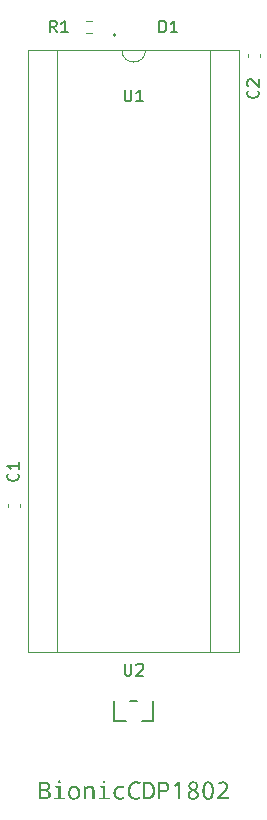
<source format=gbr>
G04 #@! TF.GenerationSoftware,KiCad,Pcbnew,8.0.4+dfsg-1*
G04 #@! TF.CreationDate,2024-12-10T09:54:21+09:00*
G04 #@! TF.ProjectId,bionic-cdp1802,62696f6e-6963-42d6-9364-70313830322e,7*
G04 #@! TF.SameCoordinates,Original*
G04 #@! TF.FileFunction,Legend,Top*
G04 #@! TF.FilePolarity,Positive*
%FSLAX46Y46*%
G04 Gerber Fmt 4.6, Leading zero omitted, Abs format (unit mm)*
G04 Created by KiCad (PCBNEW 8.0.4+dfsg-1) date 2024-12-10 09:54:21*
%MOMM*%
%LPD*%
G01*
G04 APERTURE LIST*
%ADD10C,0.150000*%
%ADD11C,0.152400*%
%ADD12C,0.120000*%
G04 APERTURE END LIST*
D10*
G36*
X106185245Y-135672063D02*
G01*
X106262051Y-135678637D01*
X106344229Y-135692311D01*
X106415512Y-135712297D01*
X106484902Y-135743590D01*
X106510101Y-135759631D01*
X106565880Y-135811219D01*
X106605722Y-135876592D01*
X106629627Y-135955750D01*
X106637471Y-136036321D01*
X106637596Y-136048692D01*
X106629689Y-136126373D01*
X106602726Y-136201904D01*
X106556629Y-136267045D01*
X106500444Y-136314622D01*
X106433096Y-136348819D01*
X106354585Y-136369634D01*
X106337543Y-136372192D01*
X106337543Y-136382450D01*
X106417743Y-136400127D01*
X106487249Y-136425315D01*
X106559094Y-136467361D01*
X106614231Y-136521142D01*
X106652660Y-136586658D01*
X106674381Y-136663909D01*
X106679727Y-136734160D01*
X106675104Y-136807481D01*
X106658021Y-136885274D01*
X106628351Y-136954722D01*
X106586093Y-137015826D01*
X106548203Y-137054362D01*
X106486245Y-137099615D01*
X106415137Y-137133753D01*
X106334877Y-137156776D01*
X106258799Y-137167664D01*
X106190265Y-137170500D01*
X105647313Y-137170500D01*
X105647313Y-137006735D01*
X105840021Y-137006735D01*
X106156193Y-137006735D01*
X106231326Y-137002355D01*
X106311155Y-136984565D01*
X106386289Y-136945152D01*
X106438882Y-136886033D01*
X106468935Y-136807207D01*
X106476762Y-136726466D01*
X106468613Y-136651635D01*
X106437323Y-136578580D01*
X106382566Y-136523788D01*
X106304342Y-136487261D01*
X106221228Y-136470772D01*
X106143004Y-136466714D01*
X105840021Y-136466714D01*
X105840021Y-137006735D01*
X105647313Y-137006735D01*
X105647313Y-136302949D01*
X105840021Y-136302949D01*
X106132379Y-136302949D01*
X106207347Y-136299446D01*
X106285728Y-136285213D01*
X106357307Y-136253683D01*
X106366852Y-136246895D01*
X106414531Y-136189259D01*
X106436968Y-136114589D01*
X106440492Y-136061515D01*
X106431184Y-135985822D01*
X106396184Y-135917465D01*
X106361723Y-135886759D01*
X106289664Y-135854387D01*
X106209779Y-135838824D01*
X106132889Y-135833844D01*
X106111863Y-135833636D01*
X105840021Y-135833636D01*
X105840021Y-136302949D01*
X105647313Y-136302949D01*
X105647313Y-135669871D01*
X106100872Y-135669871D01*
X106185245Y-135672063D01*
G37*
G36*
X107420516Y-135576082D02*
G01*
X107495148Y-135598452D01*
X107527987Y-135665561D01*
X107529693Y-135692952D01*
X107511351Y-135765080D01*
X107497086Y-135781613D01*
X107428722Y-135810301D01*
X107420516Y-135810555D01*
X107349117Y-135791146D01*
X107312933Y-135726832D01*
X107310240Y-135692952D01*
X107328440Y-135617284D01*
X107394670Y-135577908D01*
X107420516Y-135576082D01*
G37*
G36*
X107325994Y-136192307D02*
G01*
X107048656Y-136170691D01*
X107048656Y-136045028D01*
X107513206Y-136045028D01*
X107513206Y-137023221D01*
X107875907Y-137043737D01*
X107875907Y-137170500D01*
X106971353Y-137170500D01*
X106971353Y-137043737D01*
X107325994Y-137023221D01*
X107325994Y-136192307D01*
G37*
G36*
X108744949Y-136027197D02*
G01*
X108820589Y-136044044D01*
X108890510Y-136072122D01*
X108954712Y-136111432D01*
X109013196Y-136161973D01*
X109031420Y-136181316D01*
X109080102Y-136244900D01*
X109118712Y-136315852D01*
X109147249Y-136394171D01*
X109165715Y-136479857D01*
X109173409Y-136556890D01*
X109174668Y-136605566D01*
X109171216Y-136688148D01*
X109160858Y-136765077D01*
X109143595Y-136836354D01*
X109113765Y-136914424D01*
X109073992Y-136984354D01*
X109033252Y-137036410D01*
X108977060Y-137089948D01*
X108914275Y-137132409D01*
X108844894Y-137163793D01*
X108768920Y-137184101D01*
X108686350Y-137193331D01*
X108657362Y-137193947D01*
X108576600Y-137188318D01*
X108501376Y-137171433D01*
X108431691Y-137143290D01*
X108367545Y-137103890D01*
X108308936Y-137053233D01*
X108290631Y-137033846D01*
X108241825Y-136969896D01*
X108203116Y-136898400D01*
X108174505Y-136819355D01*
X108158376Y-136747719D01*
X108149260Y-136670842D01*
X108147016Y-136605566D01*
X108340823Y-136605566D01*
X108343641Y-136682890D01*
X108356163Y-136774157D01*
X108378703Y-136851904D01*
X108420965Y-136930073D01*
X108478880Y-136987115D01*
X108552448Y-137023031D01*
X108641669Y-137037819D01*
X108661392Y-137038242D01*
X108736267Y-137031481D01*
X108815823Y-137004017D01*
X108879779Y-136955425D01*
X108928136Y-136885707D01*
X108955591Y-136814721D01*
X108973062Y-136730214D01*
X108980549Y-136632186D01*
X108980861Y-136605566D01*
X108978034Y-136529028D01*
X108965469Y-136438687D01*
X108942852Y-136361731D01*
X108900444Y-136284356D01*
X108842331Y-136227893D01*
X108768510Y-136192343D01*
X108678984Y-136177704D01*
X108659194Y-136177286D01*
X108584575Y-136183978D01*
X108505294Y-136211164D01*
X108441557Y-136259261D01*
X108393367Y-136328271D01*
X108366007Y-136398536D01*
X108348596Y-136482184D01*
X108341134Y-136579217D01*
X108340823Y-136605566D01*
X108147016Y-136605566D01*
X108150424Y-136523749D01*
X108160648Y-136447514D01*
X108181913Y-136363399D01*
X108212992Y-136287321D01*
X108253886Y-136219280D01*
X108286601Y-136178385D01*
X108342384Y-136125096D01*
X108405046Y-136082833D01*
X108474585Y-136051594D01*
X108551002Y-136031381D01*
X108634297Y-136022194D01*
X108663590Y-136021581D01*
X108744949Y-136027197D01*
G37*
G36*
X110203053Y-137170500D02*
G01*
X110203053Y-136444366D01*
X110197069Y-136367424D01*
X110174091Y-136292308D01*
X110125502Y-136228407D01*
X110053457Y-136190066D01*
X109973034Y-136177547D01*
X109957955Y-136177286D01*
X109883766Y-136183674D01*
X109804941Y-136209628D01*
X109741571Y-136255545D01*
X109693657Y-136321426D01*
X109661200Y-136407271D01*
X109646362Y-136490321D01*
X109641416Y-136586148D01*
X109641416Y-137170500D01*
X109453838Y-137170500D01*
X109453838Y-136045028D01*
X109605146Y-136045028D01*
X109632990Y-136194871D01*
X109643248Y-136194871D01*
X109687804Y-136135980D01*
X109751703Y-136082673D01*
X109828434Y-136045950D01*
X109904417Y-136027673D01*
X109989829Y-136021581D01*
X110083767Y-136028021D01*
X110165180Y-136047341D01*
X110234068Y-136079541D01*
X110302564Y-136137904D01*
X110343271Y-136199084D01*
X110371452Y-136273144D01*
X110387108Y-136360083D01*
X110390631Y-136433741D01*
X110390631Y-137170500D01*
X110203053Y-137170500D01*
G37*
G36*
X111201395Y-135576082D02*
G01*
X111276028Y-135598452D01*
X111308866Y-135665561D01*
X111310572Y-135692952D01*
X111292231Y-135765080D01*
X111277965Y-135781613D01*
X111209601Y-135810301D01*
X111201395Y-135810555D01*
X111129996Y-135791146D01*
X111093812Y-135726832D01*
X111091120Y-135692952D01*
X111109319Y-135617284D01*
X111175549Y-135577908D01*
X111201395Y-135576082D01*
G37*
G36*
X111106873Y-136192307D02*
G01*
X110829536Y-136170691D01*
X110829536Y-136045028D01*
X111294085Y-136045028D01*
X111294085Y-137023221D01*
X111656786Y-137043737D01*
X111656786Y-137170500D01*
X110752233Y-137170500D01*
X110752233Y-137043737D01*
X111106873Y-137023221D01*
X111106873Y-136192307D01*
G37*
G36*
X112902791Y-136082398D02*
G01*
X112839044Y-136245063D01*
X112763801Y-136218937D01*
X112692681Y-136200275D01*
X112617597Y-136188204D01*
X112562805Y-136185346D01*
X112473246Y-136192004D01*
X112395628Y-136211976D01*
X112329952Y-136245264D01*
X112264648Y-136305598D01*
X112225840Y-136368844D01*
X112198972Y-136445406D01*
X112184045Y-136535282D01*
X112180687Y-136611428D01*
X112183955Y-136686264D01*
X112198481Y-136774595D01*
X112224627Y-136849840D01*
X112273652Y-136925493D01*
X112340834Y-136980700D01*
X112426172Y-137015460D01*
X112507517Y-137028546D01*
X112552547Y-137030182D01*
X112633948Y-137026198D01*
X112716220Y-137014245D01*
X112788921Y-136997250D01*
X112862289Y-136974154D01*
X112883374Y-136966435D01*
X112883374Y-137131299D01*
X112810398Y-137158707D01*
X112729592Y-137178285D01*
X112652463Y-137188991D01*
X112569338Y-137193702D01*
X112544487Y-137193947D01*
X112464600Y-137190289D01*
X112390492Y-137179314D01*
X112309189Y-137156486D01*
X112236207Y-137123123D01*
X112171545Y-137079223D01*
X112133060Y-137044104D01*
X112083381Y-136983327D01*
X112043982Y-136913380D01*
X112014860Y-136834263D01*
X111998443Y-136761326D01*
X111989164Y-136682021D01*
X111986880Y-136613992D01*
X111990530Y-136526918D01*
X112001478Y-136446588D01*
X112019724Y-136373002D01*
X112051254Y-136293601D01*
X112093295Y-136223912D01*
X112136357Y-136173256D01*
X112196674Y-136121710D01*
X112265517Y-136080829D01*
X112342888Y-136050613D01*
X112428784Y-136031061D01*
X112506878Y-136022914D01*
X112556577Y-136021581D01*
X112635880Y-136024491D01*
X112713185Y-136033222D01*
X112788491Y-136047773D01*
X112861798Y-136068144D01*
X112902791Y-136082398D01*
G37*
G36*
X114227931Y-136965336D02*
G01*
X114227931Y-137132764D01*
X114148407Y-137159531D01*
X114071873Y-137176679D01*
X113988853Y-137187972D01*
X113912531Y-137192991D01*
X113859002Y-137193947D01*
X113781745Y-137190793D01*
X113691742Y-137177979D01*
X113609038Y-137155308D01*
X113533633Y-137122781D01*
X113465526Y-137080397D01*
X113404719Y-137028156D01*
X113371737Y-136992080D01*
X113323081Y-136924855D01*
X113282672Y-136849348D01*
X113250510Y-136765559D01*
X113230717Y-136692563D01*
X113216203Y-136614267D01*
X113206967Y-136530670D01*
X113203008Y-136441773D01*
X113202843Y-136418720D01*
X113205723Y-136331926D01*
X113214361Y-136249780D01*
X113228758Y-136172283D01*
X113248914Y-136099434D01*
X113282207Y-136014909D01*
X113324498Y-135937647D01*
X113375787Y-135867647D01*
X113387125Y-135854519D01*
X113448118Y-135794570D01*
X113515695Y-135744781D01*
X113589856Y-135705154D01*
X113670599Y-135675687D01*
X113757925Y-135656382D01*
X113832526Y-135648253D01*
X113891242Y-135646424D01*
X113974210Y-135649541D01*
X114053032Y-135658892D01*
X114127706Y-135674477D01*
X114198232Y-135696295D01*
X114275271Y-135729630D01*
X114285816Y-135735084D01*
X114205582Y-135895918D01*
X114136194Y-135864512D01*
X114057323Y-135838066D01*
X113978909Y-135821694D01*
X113900954Y-135815397D01*
X113891242Y-135815318D01*
X113811278Y-135821050D01*
X113737626Y-135838244D01*
X113659676Y-135872793D01*
X113590315Y-135922945D01*
X113537700Y-135978350D01*
X113492878Y-136043557D01*
X113457329Y-136116905D01*
X113431054Y-136198392D01*
X113416242Y-136272516D01*
X113407870Y-136352294D01*
X113405809Y-136420185D01*
X113408823Y-136509038D01*
X113417866Y-136591039D01*
X113432938Y-136666188D01*
X113458981Y-136747323D01*
X113493705Y-136818593D01*
X113529274Y-136870447D01*
X113588902Y-136930689D01*
X113659435Y-136976135D01*
X113728570Y-137003311D01*
X113805717Y-137019618D01*
X113890875Y-137025053D01*
X113971749Y-137020329D01*
X114052784Y-137008199D01*
X114130752Y-136991462D01*
X114202829Y-136972567D01*
X114227931Y-136965336D01*
G37*
G36*
X114901153Y-135672905D02*
G01*
X114975978Y-135682007D01*
X115063148Y-135701918D01*
X115143253Y-135731309D01*
X115216292Y-135770182D01*
X115282264Y-135818535D01*
X115329954Y-135864045D01*
X115382410Y-135928375D01*
X115425975Y-136000236D01*
X115460649Y-136079629D01*
X115486432Y-136166553D01*
X115500657Y-136241514D01*
X115509192Y-136321296D01*
X115512037Y-136405897D01*
X115509089Y-136495788D01*
X115500245Y-136580264D01*
X115485504Y-136659324D01*
X115464868Y-136732969D01*
X115430781Y-136817410D01*
X115387481Y-136893389D01*
X115334968Y-136960907D01*
X115323360Y-136973396D01*
X115260425Y-137030178D01*
X115189315Y-137077337D01*
X115110029Y-137114872D01*
X115022569Y-137142782D01*
X114946714Y-137158181D01*
X114865628Y-137167420D01*
X114779309Y-137170500D01*
X114469365Y-137170500D01*
X114469365Y-137006735D01*
X114662072Y-137006735D01*
X114760991Y-137006735D01*
X114858939Y-137001512D01*
X114947252Y-136985843D01*
X115025932Y-136959729D01*
X115094977Y-136923169D01*
X115154388Y-136876164D01*
X115204165Y-136818713D01*
X115244308Y-136750816D01*
X115274816Y-136672473D01*
X115295691Y-136583685D01*
X115306931Y-136484451D01*
X115309071Y-136412492D01*
X115304609Y-136309044D01*
X115291220Y-136215771D01*
X115268905Y-136132674D01*
X115237665Y-136059752D01*
X115197499Y-135997005D01*
X115130059Y-135929170D01*
X115046751Y-135879425D01*
X114973857Y-135853987D01*
X114892037Y-135838724D01*
X114801291Y-135833636D01*
X114662072Y-135833636D01*
X114662072Y-137006735D01*
X114469365Y-137006735D01*
X114469365Y-135669871D01*
X114821807Y-135669871D01*
X114901153Y-135672905D01*
G37*
G36*
X116282654Y-135673723D02*
G01*
X116368016Y-135685276D01*
X116444066Y-135704532D01*
X116530980Y-135742187D01*
X116601339Y-135793535D01*
X116655143Y-135858576D01*
X116692392Y-135937310D01*
X116713086Y-136029737D01*
X116717742Y-136108043D01*
X116712719Y-136188672D01*
X116697649Y-136262397D01*
X116667371Y-136339684D01*
X116623418Y-136407575D01*
X116574860Y-136458287D01*
X116506303Y-136507252D01*
X116437662Y-136539649D01*
X116359901Y-136563211D01*
X116273021Y-136577937D01*
X116193655Y-136583459D01*
X116160136Y-136583950D01*
X115963398Y-136583950D01*
X115963398Y-137170500D01*
X115771790Y-137170500D01*
X115771790Y-136420185D01*
X115963398Y-136420185D01*
X116138520Y-136420185D01*
X116222241Y-136416679D01*
X116294848Y-136406161D01*
X116371867Y-136382333D01*
X116430513Y-136346913D01*
X116480781Y-136286754D01*
X116508373Y-136215084D01*
X116518461Y-136136754D01*
X116518806Y-136117569D01*
X116510300Y-136035772D01*
X116477636Y-135955916D01*
X116420475Y-135896024D01*
X116354127Y-135861364D01*
X116270767Y-135840568D01*
X116191829Y-135833914D01*
X116170394Y-135833636D01*
X115963398Y-135833636D01*
X115963398Y-136420185D01*
X115771790Y-136420185D01*
X115771790Y-135669871D01*
X116187979Y-135669871D01*
X116282654Y-135673723D01*
G37*
G36*
X117631821Y-137170500D02*
G01*
X117450471Y-137170500D01*
X117450471Y-136237370D01*
X117451108Y-136157826D01*
X117452486Y-136082856D01*
X117454280Y-136009470D01*
X117456642Y-135927660D01*
X117458531Y-135868441D01*
X117403487Y-135924671D01*
X117344371Y-135978415D01*
X117333967Y-135987509D01*
X117182658Y-136115370D01*
X117082641Y-135985677D01*
X117477215Y-135669871D01*
X117631821Y-135669871D01*
X117631821Y-137170500D01*
G37*
G36*
X118823293Y-135651087D02*
G01*
X118895906Y-135665077D01*
X118970393Y-135692486D01*
X119035812Y-135732076D01*
X119050750Y-135743877D01*
X119102201Y-135796885D01*
X119142512Y-135866756D01*
X119162725Y-135937962D01*
X119168353Y-136007293D01*
X119158860Y-136092000D01*
X119130382Y-136169443D01*
X119082920Y-136239622D01*
X119028865Y-136292555D01*
X118961626Y-136340444D01*
X118898342Y-136375123D01*
X118972960Y-136417518D01*
X119037629Y-136462272D01*
X119104475Y-136521530D01*
X119155775Y-136584474D01*
X119191529Y-136651103D01*
X119213915Y-136735922D01*
X119216713Y-136780322D01*
X119210489Y-136858560D01*
X119191819Y-136929787D01*
X119155239Y-137002602D01*
X119102403Y-137066257D01*
X119086653Y-137080740D01*
X119025916Y-137124851D01*
X118957184Y-137158128D01*
X118880458Y-137180570D01*
X118795737Y-137192178D01*
X118743737Y-137193947D01*
X118663769Y-137190199D01*
X118590653Y-137178955D01*
X118514013Y-137156362D01*
X118446698Y-137123566D01*
X118396423Y-137087335D01*
X118341926Y-137028556D01*
X118303000Y-136959199D01*
X118279645Y-136879263D01*
X118271981Y-136800641D01*
X118271859Y-136788748D01*
X118271924Y-136788015D01*
X118455041Y-136788015D01*
X118465036Y-136871684D01*
X118501962Y-136947418D01*
X118566096Y-136999591D01*
X118642723Y-137025557D01*
X118721849Y-137033972D01*
X118739340Y-137034212D01*
X118813226Y-137028909D01*
X118889836Y-137008023D01*
X118956228Y-136967167D01*
X119003111Y-136909242D01*
X119028356Y-136836581D01*
X119033164Y-136779955D01*
X119020752Y-136703239D01*
X118983516Y-136634657D01*
X118968318Y-136616557D01*
X118913000Y-136566922D01*
X118851768Y-136525538D01*
X118785273Y-136488169D01*
X118747767Y-136469278D01*
X118716992Y-136454990D01*
X118641528Y-136495868D01*
X118578854Y-136540878D01*
X118520529Y-136600345D01*
X118480623Y-136665763D01*
X118459134Y-136737131D01*
X118455041Y-136788015D01*
X118271924Y-136788015D01*
X118278952Y-136709014D01*
X118300231Y-136635362D01*
X118335696Y-136567792D01*
X118385346Y-136506304D01*
X118449183Y-136450899D01*
X118527205Y-136401575D01*
X118562386Y-136383549D01*
X118492621Y-136334800D01*
X118434681Y-136282205D01*
X118380761Y-136214014D01*
X118343869Y-136140285D01*
X118324003Y-136061017D01*
X118320987Y-136016452D01*
X118503768Y-136016452D01*
X118513515Y-136091265D01*
X118545592Y-136159593D01*
X118554693Y-136171790D01*
X118610822Y-136223409D01*
X118674077Y-136263279D01*
X118745935Y-136299285D01*
X118814750Y-136264753D01*
X118881932Y-136218591D01*
X118939083Y-136158224D01*
X118973374Y-136090844D01*
X118984804Y-136016452D01*
X118974102Y-135941146D01*
X118935156Y-135874240D01*
X118919958Y-135860015D01*
X118853891Y-135823199D01*
X118775840Y-135807474D01*
X118741538Y-135806159D01*
X118665941Y-135813732D01*
X118593633Y-135841712D01*
X118567882Y-135860015D01*
X118521863Y-135921211D01*
X118504331Y-135997646D01*
X118503768Y-136016452D01*
X118320987Y-136016452D01*
X118320219Y-136005095D01*
X118327707Y-135926922D01*
X118354030Y-135849159D01*
X118399307Y-135782176D01*
X118440021Y-135743511D01*
X118504066Y-135701035D01*
X118576033Y-135670696D01*
X118655924Y-135652492D01*
X118732327Y-135646519D01*
X118743737Y-135646424D01*
X118823293Y-135651087D01*
G37*
G36*
X120087299Y-135653418D02*
G01*
X120164549Y-135674399D01*
X120233581Y-135709369D01*
X120294396Y-135758326D01*
X120346994Y-135821270D01*
X120362700Y-135845360D01*
X120397952Y-135911839D01*
X120427229Y-135986940D01*
X120450531Y-136070663D01*
X120464871Y-136143850D01*
X120475387Y-136222556D01*
X120482078Y-136306779D01*
X120484946Y-136396521D01*
X120485066Y-136419819D01*
X120483178Y-136513561D01*
X120477515Y-136601255D01*
X120468077Y-136682902D01*
X120454864Y-136758500D01*
X120427965Y-136860558D01*
X120392572Y-136949008D01*
X120348684Y-137023850D01*
X120296302Y-137085085D01*
X120235426Y-137132712D01*
X120166056Y-137166731D01*
X120088191Y-137187143D01*
X120001831Y-137193947D01*
X119917373Y-137186953D01*
X119840952Y-137165971D01*
X119772568Y-137131002D01*
X119712220Y-137082045D01*
X119659911Y-137019101D01*
X119644260Y-136995011D01*
X119609219Y-136928514D01*
X119580118Y-136853360D01*
X119556955Y-136769547D01*
X119542701Y-136696262D01*
X119532248Y-136617437D01*
X119525597Y-136533070D01*
X119522746Y-136443162D01*
X119522627Y-136419819D01*
X119522642Y-136419086D01*
X119713503Y-136419086D01*
X119714590Y-136498015D01*
X119717853Y-136571219D01*
X119724991Y-136654674D01*
X119735528Y-136729185D01*
X119752658Y-136806791D01*
X119778829Y-136881053D01*
X119783112Y-136890231D01*
X119822885Y-136953223D01*
X119879509Y-137002576D01*
X119948710Y-137029150D01*
X120001831Y-137034212D01*
X120080773Y-137022794D01*
X120146963Y-136988540D01*
X120200402Y-136931449D01*
X120224581Y-136889864D01*
X120252275Y-136817874D01*
X120270599Y-136742355D01*
X120282051Y-136669681D01*
X120290033Y-136588152D01*
X120294545Y-136497769D01*
X120295656Y-136419086D01*
X120294545Y-136340925D01*
X120290033Y-136251112D01*
X120282051Y-136170065D01*
X120267892Y-136084378D01*
X120248735Y-136011314D01*
X120224581Y-135950873D01*
X120184006Y-135887561D01*
X120126317Y-135837956D01*
X120055876Y-135811247D01*
X120001831Y-135806159D01*
X119924246Y-135817519D01*
X119859237Y-135851600D01*
X119806806Y-135908400D01*
X119783112Y-135949774D01*
X119755989Y-136021193D01*
X119738043Y-136096335D01*
X119726826Y-136168772D01*
X119719009Y-136250136D01*
X119714590Y-136340427D01*
X119713503Y-136419086D01*
X119522642Y-136419086D01*
X119524499Y-136326166D01*
X119530115Y-136238555D01*
X119539474Y-136156986D01*
X119552577Y-136081459D01*
X119579252Y-135979498D01*
X119614350Y-135891131D01*
X119657871Y-135816360D01*
X119709816Y-135755183D01*
X119770185Y-135707601D01*
X119838977Y-135673614D01*
X119916192Y-135653222D01*
X120001831Y-135646424D01*
X120087299Y-135653418D01*
G37*
G36*
X121733269Y-137170500D02*
G01*
X120794277Y-137170500D01*
X120794277Y-137009666D01*
X121155146Y-136618389D01*
X121214541Y-136552652D01*
X121267245Y-136492372D01*
X121321659Y-136427238D01*
X121372965Y-136361178D01*
X121415543Y-136298776D01*
X121419661Y-136291958D01*
X121453471Y-136222721D01*
X121474759Y-136149190D01*
X121483524Y-136071367D01*
X121483775Y-136055287D01*
X121476026Y-135981704D01*
X121446887Y-135909588D01*
X121418196Y-135873204D01*
X121357592Y-135829795D01*
X121281751Y-135808516D01*
X121241608Y-135806159D01*
X121159314Y-135814906D01*
X121087531Y-135836910D01*
X121015959Y-135872308D01*
X120954779Y-135913309D01*
X120914078Y-135946110D01*
X120808932Y-135823378D01*
X120871713Y-135772400D01*
X120936408Y-135730063D01*
X121003017Y-135696365D01*
X121085475Y-135667334D01*
X121170689Y-135650744D01*
X121243806Y-135646424D01*
X121327129Y-135651631D01*
X121402388Y-135667251D01*
X121478523Y-135697854D01*
X121544125Y-135742058D01*
X121558880Y-135755234D01*
X121609369Y-135814333D01*
X121645433Y-135882821D01*
X121667072Y-135960696D01*
X121674172Y-136036538D01*
X121674284Y-136047959D01*
X121668345Y-136125046D01*
X121650528Y-136203349D01*
X121624336Y-136274862D01*
X121613468Y-136298919D01*
X121571931Y-136371070D01*
X121526173Y-136435732D01*
X121478478Y-136496523D01*
X121422088Y-136563594D01*
X121370717Y-136621772D01*
X121313782Y-136683968D01*
X121024354Y-136991347D01*
X121024354Y-136999407D01*
X121733269Y-136999407D01*
X121733269Y-137170500D01*
G37*
X115882905Y-72232819D02*
X115882905Y-71232819D01*
X115882905Y-71232819D02*
X116121000Y-71232819D01*
X116121000Y-71232819D02*
X116263857Y-71280438D01*
X116263857Y-71280438D02*
X116359095Y-71375676D01*
X116359095Y-71375676D02*
X116406714Y-71470914D01*
X116406714Y-71470914D02*
X116454333Y-71661390D01*
X116454333Y-71661390D02*
X116454333Y-71804247D01*
X116454333Y-71804247D02*
X116406714Y-71994723D01*
X116406714Y-71994723D02*
X116359095Y-72089961D01*
X116359095Y-72089961D02*
X116263857Y-72185200D01*
X116263857Y-72185200D02*
X116121000Y-72232819D01*
X116121000Y-72232819D02*
X115882905Y-72232819D01*
X117406714Y-72232819D02*
X116835286Y-72232819D01*
X117121000Y-72232819D02*
X117121000Y-71232819D01*
X117121000Y-71232819D02*
X117025762Y-71375676D01*
X117025762Y-71375676D02*
X116930524Y-71470914D01*
X116930524Y-71470914D02*
X116835286Y-71518533D01*
X112938095Y-125690419D02*
X112938095Y-126499942D01*
X112938095Y-126499942D02*
X112985714Y-126595180D01*
X112985714Y-126595180D02*
X113033333Y-126642800D01*
X113033333Y-126642800D02*
X113128571Y-126690419D01*
X113128571Y-126690419D02*
X113319047Y-126690419D01*
X113319047Y-126690419D02*
X113414285Y-126642800D01*
X113414285Y-126642800D02*
X113461904Y-126595180D01*
X113461904Y-126595180D02*
X113509523Y-126499942D01*
X113509523Y-126499942D02*
X113509523Y-125690419D01*
X113938095Y-125785657D02*
X113985714Y-125738038D01*
X113985714Y-125738038D02*
X114080952Y-125690419D01*
X114080952Y-125690419D02*
X114319047Y-125690419D01*
X114319047Y-125690419D02*
X114414285Y-125738038D01*
X114414285Y-125738038D02*
X114461904Y-125785657D01*
X114461904Y-125785657D02*
X114509523Y-125880895D01*
X114509523Y-125880895D02*
X114509523Y-125976133D01*
X114509523Y-125976133D02*
X114461904Y-126118990D01*
X114461904Y-126118990D02*
X113890476Y-126690419D01*
X113890476Y-126690419D02*
X114509523Y-126690419D01*
X107183333Y-72232819D02*
X106850000Y-71756628D01*
X106611905Y-72232819D02*
X106611905Y-71232819D01*
X106611905Y-71232819D02*
X106992857Y-71232819D01*
X106992857Y-71232819D02*
X107088095Y-71280438D01*
X107088095Y-71280438D02*
X107135714Y-71328057D01*
X107135714Y-71328057D02*
X107183333Y-71423295D01*
X107183333Y-71423295D02*
X107183333Y-71566152D01*
X107183333Y-71566152D02*
X107135714Y-71661390D01*
X107135714Y-71661390D02*
X107088095Y-71709009D01*
X107088095Y-71709009D02*
X106992857Y-71756628D01*
X106992857Y-71756628D02*
X106611905Y-71756628D01*
X108135714Y-72232819D02*
X107564286Y-72232819D01*
X107850000Y-72232819D02*
X107850000Y-71232819D01*
X107850000Y-71232819D02*
X107754762Y-71375676D01*
X107754762Y-71375676D02*
X107659524Y-71470914D01*
X107659524Y-71470914D02*
X107564286Y-71518533D01*
X103899580Y-109589666D02*
X103947200Y-109637285D01*
X103947200Y-109637285D02*
X103994819Y-109780142D01*
X103994819Y-109780142D02*
X103994819Y-109875380D01*
X103994819Y-109875380D02*
X103947200Y-110018237D01*
X103947200Y-110018237D02*
X103851961Y-110113475D01*
X103851961Y-110113475D02*
X103756723Y-110161094D01*
X103756723Y-110161094D02*
X103566247Y-110208713D01*
X103566247Y-110208713D02*
X103423390Y-110208713D01*
X103423390Y-110208713D02*
X103232914Y-110161094D01*
X103232914Y-110161094D02*
X103137676Y-110113475D01*
X103137676Y-110113475D02*
X103042438Y-110018237D01*
X103042438Y-110018237D02*
X102994819Y-109875380D01*
X102994819Y-109875380D02*
X102994819Y-109780142D01*
X102994819Y-109780142D02*
X103042438Y-109637285D01*
X103042438Y-109637285D02*
X103090057Y-109589666D01*
X103994819Y-108637285D02*
X103994819Y-109208713D01*
X103994819Y-108922999D02*
X102994819Y-108922999D01*
X102994819Y-108922999D02*
X103137676Y-109018237D01*
X103137676Y-109018237D02*
X103232914Y-109113475D01*
X103232914Y-109113475D02*
X103280533Y-109208713D01*
X124219580Y-77177066D02*
X124267200Y-77224685D01*
X124267200Y-77224685D02*
X124314819Y-77367542D01*
X124314819Y-77367542D02*
X124314819Y-77462780D01*
X124314819Y-77462780D02*
X124267200Y-77605637D01*
X124267200Y-77605637D02*
X124171961Y-77700875D01*
X124171961Y-77700875D02*
X124076723Y-77748494D01*
X124076723Y-77748494D02*
X123886247Y-77796113D01*
X123886247Y-77796113D02*
X123743390Y-77796113D01*
X123743390Y-77796113D02*
X123552914Y-77748494D01*
X123552914Y-77748494D02*
X123457676Y-77700875D01*
X123457676Y-77700875D02*
X123362438Y-77605637D01*
X123362438Y-77605637D02*
X123314819Y-77462780D01*
X123314819Y-77462780D02*
X123314819Y-77367542D01*
X123314819Y-77367542D02*
X123362438Y-77224685D01*
X123362438Y-77224685D02*
X123410057Y-77177066D01*
X123410057Y-76796113D02*
X123362438Y-76748494D01*
X123362438Y-76748494D02*
X123314819Y-76653256D01*
X123314819Y-76653256D02*
X123314819Y-76415161D01*
X123314819Y-76415161D02*
X123362438Y-76319923D01*
X123362438Y-76319923D02*
X123410057Y-76272304D01*
X123410057Y-76272304D02*
X123505295Y-76224685D01*
X123505295Y-76224685D02*
X123600533Y-76224685D01*
X123600533Y-76224685D02*
X123743390Y-76272304D01*
X123743390Y-76272304D02*
X124314819Y-76843732D01*
X124314819Y-76843732D02*
X124314819Y-76224685D01*
X112938095Y-77074819D02*
X112938095Y-77884342D01*
X112938095Y-77884342D02*
X112985714Y-77979580D01*
X112985714Y-77979580D02*
X113033333Y-78027200D01*
X113033333Y-78027200D02*
X113128571Y-78074819D01*
X113128571Y-78074819D02*
X113319047Y-78074819D01*
X113319047Y-78074819D02*
X113414285Y-78027200D01*
X113414285Y-78027200D02*
X113461904Y-77979580D01*
X113461904Y-77979580D02*
X113509523Y-77884342D01*
X113509523Y-77884342D02*
X113509523Y-77074819D01*
X114509523Y-78074819D02*
X113938095Y-78074819D01*
X114223809Y-78074819D02*
X114223809Y-77074819D01*
X114223809Y-77074819D02*
X114128571Y-77217676D01*
X114128571Y-77217676D02*
X114033333Y-77312914D01*
X114033333Y-77312914D02*
X113938095Y-77360533D01*
D11*
X112125200Y-72463800D02*
G75*
G02*
X111972800Y-72463800I-76200J0D01*
G01*
X111972800Y-72463800D02*
G75*
G02*
X112125200Y-72463800I76200J0D01*
G01*
X115352000Y-130517000D02*
X115352000Y-128863000D01*
X114362940Y-130517000D02*
X115352000Y-130517000D01*
X113987061Y-128863000D02*
X113412939Y-128863000D01*
X112048000Y-130517000D02*
X113037060Y-130517000D01*
X112048000Y-128863000D02*
X112048000Y-130517000D01*
D12*
X110144724Y-72300500D02*
X109635276Y-72300500D01*
X110144724Y-71255500D02*
X109635276Y-71255500D01*
X103030000Y-112463767D02*
X103030000Y-112171233D01*
X104050000Y-112463767D02*
X104050000Y-112171233D01*
X123350000Y-74362667D02*
X123350000Y-74070133D01*
X124370000Y-74362667D02*
X124370000Y-74070133D01*
X104750000Y-73690000D02*
X104750000Y-124730000D01*
X104750000Y-124730000D02*
X122650000Y-124730000D01*
X107240000Y-73750000D02*
X107240000Y-124670000D01*
X107240000Y-124670000D02*
X120160000Y-124670000D01*
X112700000Y-73750000D02*
X107240000Y-73750000D01*
X120160000Y-73750000D02*
X114700000Y-73750000D01*
X120160000Y-124670000D02*
X120160000Y-73750000D01*
X122650000Y-73690000D02*
X104750000Y-73690000D01*
X122650000Y-124730000D02*
X122650000Y-73690000D01*
X114700000Y-73750000D02*
G75*
G02*
X112700000Y-73750000I-1000000J0D01*
G01*
M02*

</source>
